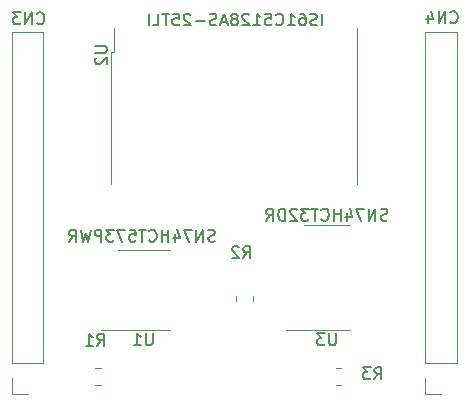
<source format=gbr>
G04 #@! TF.GenerationSoftware,KiCad,Pcbnew,5.1.5+dfsg1-2build2*
G04 #@! TF.CreationDate,2022-07-16T15:57:28-04:00*
G04 #@! TF.ProjectId,coco2_3134_64k_static_ram_board,636f636f-325f-4333-9133-345f36346b5f,rev?*
G04 #@! TF.SameCoordinates,Original*
G04 #@! TF.FileFunction,Legend,Bot*
G04 #@! TF.FilePolarity,Positive*
%FSLAX46Y46*%
G04 Gerber Fmt 4.6, Leading zero omitted, Abs format (unit mm)*
G04 Created by KiCad (PCBNEW 5.1.5+dfsg1-2build2) date 2022-07-16 15:57:28*
%MOMM*%
%LPD*%
G04 APERTURE LIST*
%ADD10C,0.120000*%
%ADD11C,0.150000*%
G04 APERTURE END LIST*
D10*
X112317000Y-101695000D02*
X114517000Y-101695000D01*
X112317000Y-101695000D02*
X110117000Y-101695000D01*
X112317000Y-108465000D02*
X114517000Y-108465000D01*
X112317000Y-108465000D02*
X108717000Y-108465000D01*
X109600000Y-84900000D02*
X109800000Y-84900000D01*
X109600000Y-84900000D02*
X109600000Y-96100000D01*
X130400000Y-82900000D02*
X130400000Y-96100000D01*
X109800000Y-84900000D02*
X109800000Y-82900000D01*
X127833000Y-99565000D02*
X129783000Y-99565000D01*
X127833000Y-99565000D02*
X125883000Y-99565000D01*
X127833000Y-108435000D02*
X129783000Y-108435000D01*
X127833000Y-108435000D02*
X124383000Y-108435000D01*
X101170000Y-83230000D02*
X103830000Y-83230000D01*
X101170000Y-111230000D02*
X101170000Y-83230000D01*
X103830000Y-111230000D02*
X103830000Y-83230000D01*
X101170000Y-111230000D02*
X103830000Y-111230000D01*
X101170000Y-112500000D02*
X101170000Y-113830000D01*
X101170000Y-113830000D02*
X102500000Y-113830000D01*
X136170000Y-113830000D02*
X137500000Y-113830000D01*
X136170000Y-112500000D02*
X136170000Y-113830000D01*
X136170000Y-111230000D02*
X138830000Y-111230000D01*
X138830000Y-111230000D02*
X138830000Y-83230000D01*
X136170000Y-111230000D02*
X136170000Y-83230000D01*
X136170000Y-83230000D02*
X138830000Y-83230000D01*
X108677064Y-111640000D02*
X108222936Y-111640000D01*
X108677064Y-113110000D02*
X108222936Y-113110000D01*
X120115000Y-105977064D02*
X120115000Y-105522936D01*
X121585000Y-105977064D02*
X121585000Y-105522936D01*
X128597936Y-113135000D02*
X129052064Y-113135000D01*
X128597936Y-111665000D02*
X129052064Y-111665000D01*
D11*
X113078904Y-108732380D02*
X113078904Y-109541904D01*
X113031285Y-109637142D01*
X112983666Y-109684761D01*
X112888428Y-109732380D01*
X112697952Y-109732380D01*
X112602714Y-109684761D01*
X112555095Y-109637142D01*
X112507476Y-109541904D01*
X112507476Y-108732380D01*
X111507476Y-109732380D02*
X112078904Y-109732380D01*
X111793190Y-109732380D02*
X111793190Y-108732380D01*
X111888428Y-108875238D01*
X111983666Y-108970476D01*
X112078904Y-109018095D01*
X118366666Y-100904761D02*
X118223809Y-100952380D01*
X117985714Y-100952380D01*
X117890476Y-100904761D01*
X117842857Y-100857142D01*
X117795238Y-100761904D01*
X117795238Y-100666666D01*
X117842857Y-100571428D01*
X117890476Y-100523809D01*
X117985714Y-100476190D01*
X118176190Y-100428571D01*
X118271428Y-100380952D01*
X118319047Y-100333333D01*
X118366666Y-100238095D01*
X118366666Y-100142857D01*
X118319047Y-100047619D01*
X118271428Y-100000000D01*
X118176190Y-99952380D01*
X117938095Y-99952380D01*
X117795238Y-100000000D01*
X117366666Y-100952380D02*
X117366666Y-99952380D01*
X116795238Y-100952380D01*
X116795238Y-99952380D01*
X116414285Y-99952380D02*
X115747619Y-99952380D01*
X116176190Y-100952380D01*
X114938095Y-100285714D02*
X114938095Y-100952380D01*
X115176190Y-99904761D02*
X115414285Y-100619047D01*
X114795238Y-100619047D01*
X114414285Y-100952380D02*
X114414285Y-99952380D01*
X114414285Y-100428571D02*
X113842857Y-100428571D01*
X113842857Y-100952380D02*
X113842857Y-99952380D01*
X112795238Y-100857142D02*
X112842857Y-100904761D01*
X112985714Y-100952380D01*
X113080952Y-100952380D01*
X113223809Y-100904761D01*
X113319047Y-100809523D01*
X113366666Y-100714285D01*
X113414285Y-100523809D01*
X113414285Y-100380952D01*
X113366666Y-100190476D01*
X113319047Y-100095238D01*
X113223809Y-100000000D01*
X113080952Y-99952380D01*
X112985714Y-99952380D01*
X112842857Y-100000000D01*
X112795238Y-100047619D01*
X112509523Y-99952380D02*
X111938095Y-99952380D01*
X112223809Y-100952380D02*
X112223809Y-99952380D01*
X111128571Y-99952380D02*
X111604761Y-99952380D01*
X111652380Y-100428571D01*
X111604761Y-100380952D01*
X111509523Y-100333333D01*
X111271428Y-100333333D01*
X111176190Y-100380952D01*
X111128571Y-100428571D01*
X111080952Y-100523809D01*
X111080952Y-100761904D01*
X111128571Y-100857142D01*
X111176190Y-100904761D01*
X111271428Y-100952380D01*
X111509523Y-100952380D01*
X111604761Y-100904761D01*
X111652380Y-100857142D01*
X110747619Y-99952380D02*
X110080952Y-99952380D01*
X110509523Y-100952380D01*
X109795238Y-99952380D02*
X109176190Y-99952380D01*
X109509523Y-100333333D01*
X109366666Y-100333333D01*
X109271428Y-100380952D01*
X109223809Y-100428571D01*
X109176190Y-100523809D01*
X109176190Y-100761904D01*
X109223809Y-100857142D01*
X109271428Y-100904761D01*
X109366666Y-100952380D01*
X109652380Y-100952380D01*
X109747619Y-100904761D01*
X109795238Y-100857142D01*
X108747619Y-100952380D02*
X108747619Y-99952380D01*
X108366666Y-99952380D01*
X108271428Y-100000000D01*
X108223809Y-100047619D01*
X108176190Y-100142857D01*
X108176190Y-100285714D01*
X108223809Y-100380952D01*
X108271428Y-100428571D01*
X108366666Y-100476190D01*
X108747619Y-100476190D01*
X107842857Y-99952380D02*
X107604761Y-100952380D01*
X107414285Y-100238095D01*
X107223809Y-100952380D01*
X106985714Y-99952380D01*
X106033333Y-100952380D02*
X106366666Y-100476190D01*
X106604761Y-100952380D02*
X106604761Y-99952380D01*
X106223809Y-99952380D01*
X106128571Y-100000000D01*
X106080952Y-100047619D01*
X106033333Y-100142857D01*
X106033333Y-100285714D01*
X106080952Y-100380952D01*
X106128571Y-100428571D01*
X106223809Y-100476190D01*
X106604761Y-100476190D01*
X108202380Y-84388095D02*
X109011904Y-84388095D01*
X109107142Y-84435714D01*
X109154761Y-84483333D01*
X109202380Y-84578571D01*
X109202380Y-84769047D01*
X109154761Y-84864285D01*
X109107142Y-84911904D01*
X109011904Y-84959523D01*
X108202380Y-84959523D01*
X108297619Y-85388095D02*
X108250000Y-85435714D01*
X108202380Y-85530952D01*
X108202380Y-85769047D01*
X108250000Y-85864285D01*
X108297619Y-85911904D01*
X108392857Y-85959523D01*
X108488095Y-85959523D01*
X108630952Y-85911904D01*
X109202380Y-85340476D01*
X109202380Y-85959523D01*
X127433333Y-82652380D02*
X127433333Y-81652380D01*
X127004761Y-82604761D02*
X126861904Y-82652380D01*
X126623809Y-82652380D01*
X126528571Y-82604761D01*
X126480952Y-82557142D01*
X126433333Y-82461904D01*
X126433333Y-82366666D01*
X126480952Y-82271428D01*
X126528571Y-82223809D01*
X126623809Y-82176190D01*
X126814285Y-82128571D01*
X126909523Y-82080952D01*
X126957142Y-82033333D01*
X127004761Y-81938095D01*
X127004761Y-81842857D01*
X126957142Y-81747619D01*
X126909523Y-81700000D01*
X126814285Y-81652380D01*
X126576190Y-81652380D01*
X126433333Y-81700000D01*
X125576190Y-81652380D02*
X125766666Y-81652380D01*
X125861904Y-81700000D01*
X125909523Y-81747619D01*
X126004761Y-81890476D01*
X126052380Y-82080952D01*
X126052380Y-82461904D01*
X126004761Y-82557142D01*
X125957142Y-82604761D01*
X125861904Y-82652380D01*
X125671428Y-82652380D01*
X125576190Y-82604761D01*
X125528571Y-82557142D01*
X125480952Y-82461904D01*
X125480952Y-82223809D01*
X125528571Y-82128571D01*
X125576190Y-82080952D01*
X125671428Y-82033333D01*
X125861904Y-82033333D01*
X125957142Y-82080952D01*
X126004761Y-82128571D01*
X126052380Y-82223809D01*
X124528571Y-82652380D02*
X125100000Y-82652380D01*
X124814285Y-82652380D02*
X124814285Y-81652380D01*
X124909523Y-81795238D01*
X125004761Y-81890476D01*
X125100000Y-81938095D01*
X123528571Y-82557142D02*
X123576190Y-82604761D01*
X123719047Y-82652380D01*
X123814285Y-82652380D01*
X123957142Y-82604761D01*
X124052380Y-82509523D01*
X124100000Y-82414285D01*
X124147619Y-82223809D01*
X124147619Y-82080952D01*
X124100000Y-81890476D01*
X124052380Y-81795238D01*
X123957142Y-81700000D01*
X123814285Y-81652380D01*
X123719047Y-81652380D01*
X123576190Y-81700000D01*
X123528571Y-81747619D01*
X122623809Y-81652380D02*
X123100000Y-81652380D01*
X123147619Y-82128571D01*
X123100000Y-82080952D01*
X123004761Y-82033333D01*
X122766666Y-82033333D01*
X122671428Y-82080952D01*
X122623809Y-82128571D01*
X122576190Y-82223809D01*
X122576190Y-82461904D01*
X122623809Y-82557142D01*
X122671428Y-82604761D01*
X122766666Y-82652380D01*
X123004761Y-82652380D01*
X123100000Y-82604761D01*
X123147619Y-82557142D01*
X121623809Y-82652380D02*
X122195238Y-82652380D01*
X121909523Y-82652380D02*
X121909523Y-81652380D01*
X122004761Y-81795238D01*
X122100000Y-81890476D01*
X122195238Y-81938095D01*
X121242857Y-81747619D02*
X121195238Y-81700000D01*
X121100000Y-81652380D01*
X120861904Y-81652380D01*
X120766666Y-81700000D01*
X120719047Y-81747619D01*
X120671428Y-81842857D01*
X120671428Y-81938095D01*
X120719047Y-82080952D01*
X121290476Y-82652380D01*
X120671428Y-82652380D01*
X120100000Y-82080952D02*
X120195238Y-82033333D01*
X120242857Y-81985714D01*
X120290476Y-81890476D01*
X120290476Y-81842857D01*
X120242857Y-81747619D01*
X120195238Y-81700000D01*
X120100000Y-81652380D01*
X119909523Y-81652380D01*
X119814285Y-81700000D01*
X119766666Y-81747619D01*
X119719047Y-81842857D01*
X119719047Y-81890476D01*
X119766666Y-81985714D01*
X119814285Y-82033333D01*
X119909523Y-82080952D01*
X120100000Y-82080952D01*
X120195238Y-82128571D01*
X120242857Y-82176190D01*
X120290476Y-82271428D01*
X120290476Y-82461904D01*
X120242857Y-82557142D01*
X120195238Y-82604761D01*
X120100000Y-82652380D01*
X119909523Y-82652380D01*
X119814285Y-82604761D01*
X119766666Y-82557142D01*
X119719047Y-82461904D01*
X119719047Y-82271428D01*
X119766666Y-82176190D01*
X119814285Y-82128571D01*
X119909523Y-82080952D01*
X119338095Y-82366666D02*
X118861904Y-82366666D01*
X119433333Y-82652380D02*
X119100000Y-81652380D01*
X118766666Y-82652380D01*
X118480952Y-82604761D02*
X118338095Y-82652380D01*
X118100000Y-82652380D01*
X118004761Y-82604761D01*
X117957142Y-82557142D01*
X117909523Y-82461904D01*
X117909523Y-82366666D01*
X117957142Y-82271428D01*
X118004761Y-82223809D01*
X118100000Y-82176190D01*
X118290476Y-82128571D01*
X118385714Y-82080952D01*
X118433333Y-82033333D01*
X118480952Y-81938095D01*
X118480952Y-81842857D01*
X118433333Y-81747619D01*
X118385714Y-81700000D01*
X118290476Y-81652380D01*
X118052380Y-81652380D01*
X117909523Y-81700000D01*
X117480952Y-82271428D02*
X116719047Y-82271428D01*
X116290476Y-81747619D02*
X116242857Y-81700000D01*
X116147619Y-81652380D01*
X115909523Y-81652380D01*
X115814285Y-81700000D01*
X115766666Y-81747619D01*
X115719047Y-81842857D01*
X115719047Y-81938095D01*
X115766666Y-82080952D01*
X116338095Y-82652380D01*
X115719047Y-82652380D01*
X114814285Y-81652380D02*
X115290476Y-81652380D01*
X115338095Y-82128571D01*
X115290476Y-82080952D01*
X115195238Y-82033333D01*
X114957142Y-82033333D01*
X114861904Y-82080952D01*
X114814285Y-82128571D01*
X114766666Y-82223809D01*
X114766666Y-82461904D01*
X114814285Y-82557142D01*
X114861904Y-82604761D01*
X114957142Y-82652380D01*
X115195238Y-82652380D01*
X115290476Y-82604761D01*
X115338095Y-82557142D01*
X114480952Y-81652380D02*
X113909523Y-81652380D01*
X114195238Y-82652380D02*
X114195238Y-81652380D01*
X113100000Y-82652380D02*
X113576190Y-82652380D01*
X113576190Y-81652380D01*
X112766666Y-82652380D02*
X112766666Y-81652380D01*
X128594904Y-108732380D02*
X128594904Y-109541904D01*
X128547285Y-109637142D01*
X128499666Y-109684761D01*
X128404428Y-109732380D01*
X128213952Y-109732380D01*
X128118714Y-109684761D01*
X128071095Y-109637142D01*
X128023476Y-109541904D01*
X128023476Y-108732380D01*
X127642523Y-108732380D02*
X127023476Y-108732380D01*
X127356809Y-109113333D01*
X127213952Y-109113333D01*
X127118714Y-109160952D01*
X127071095Y-109208571D01*
X127023476Y-109303809D01*
X127023476Y-109541904D01*
X127071095Y-109637142D01*
X127118714Y-109684761D01*
X127213952Y-109732380D01*
X127499666Y-109732380D01*
X127594904Y-109684761D01*
X127642523Y-109637142D01*
X132952047Y-99124761D02*
X132809190Y-99172380D01*
X132571095Y-99172380D01*
X132475857Y-99124761D01*
X132428238Y-99077142D01*
X132380619Y-98981904D01*
X132380619Y-98886666D01*
X132428238Y-98791428D01*
X132475857Y-98743809D01*
X132571095Y-98696190D01*
X132761571Y-98648571D01*
X132856809Y-98600952D01*
X132904428Y-98553333D01*
X132952047Y-98458095D01*
X132952047Y-98362857D01*
X132904428Y-98267619D01*
X132856809Y-98220000D01*
X132761571Y-98172380D01*
X132523476Y-98172380D01*
X132380619Y-98220000D01*
X131952047Y-99172380D02*
X131952047Y-98172380D01*
X131380619Y-99172380D01*
X131380619Y-98172380D01*
X130999666Y-98172380D02*
X130333000Y-98172380D01*
X130761571Y-99172380D01*
X129523476Y-98505714D02*
X129523476Y-99172380D01*
X129761571Y-98124761D02*
X129999666Y-98839047D01*
X129380619Y-98839047D01*
X128999666Y-99172380D02*
X128999666Y-98172380D01*
X128999666Y-98648571D02*
X128428238Y-98648571D01*
X128428238Y-99172380D02*
X128428238Y-98172380D01*
X127380619Y-99077142D02*
X127428238Y-99124761D01*
X127571095Y-99172380D01*
X127666333Y-99172380D01*
X127809190Y-99124761D01*
X127904428Y-99029523D01*
X127952047Y-98934285D01*
X127999666Y-98743809D01*
X127999666Y-98600952D01*
X127952047Y-98410476D01*
X127904428Y-98315238D01*
X127809190Y-98220000D01*
X127666333Y-98172380D01*
X127571095Y-98172380D01*
X127428238Y-98220000D01*
X127380619Y-98267619D01*
X127094904Y-98172380D02*
X126523476Y-98172380D01*
X126809190Y-99172380D02*
X126809190Y-98172380D01*
X126285380Y-98172380D02*
X125666333Y-98172380D01*
X125999666Y-98553333D01*
X125856809Y-98553333D01*
X125761571Y-98600952D01*
X125713952Y-98648571D01*
X125666333Y-98743809D01*
X125666333Y-98981904D01*
X125713952Y-99077142D01*
X125761571Y-99124761D01*
X125856809Y-99172380D01*
X126142523Y-99172380D01*
X126237761Y-99124761D01*
X126285380Y-99077142D01*
X125285380Y-98267619D02*
X125237761Y-98220000D01*
X125142523Y-98172380D01*
X124904428Y-98172380D01*
X124809190Y-98220000D01*
X124761571Y-98267619D01*
X124713952Y-98362857D01*
X124713952Y-98458095D01*
X124761571Y-98600952D01*
X125333000Y-99172380D01*
X124713952Y-99172380D01*
X124285380Y-99172380D02*
X124285380Y-98172380D01*
X124047285Y-98172380D01*
X123904428Y-98220000D01*
X123809190Y-98315238D01*
X123761571Y-98410476D01*
X123713952Y-98600952D01*
X123713952Y-98743809D01*
X123761571Y-98934285D01*
X123809190Y-99029523D01*
X123904428Y-99124761D01*
X124047285Y-99172380D01*
X124285380Y-99172380D01*
X122713952Y-99172380D02*
X123047285Y-98696190D01*
X123285380Y-99172380D02*
X123285380Y-98172380D01*
X122904428Y-98172380D01*
X122809190Y-98220000D01*
X122761571Y-98267619D01*
X122713952Y-98362857D01*
X122713952Y-98505714D01*
X122761571Y-98600952D01*
X122809190Y-98648571D01*
X122904428Y-98696190D01*
X123285380Y-98696190D01*
X103290476Y-82457142D02*
X103338095Y-82504761D01*
X103480952Y-82552380D01*
X103576190Y-82552380D01*
X103719047Y-82504761D01*
X103814285Y-82409523D01*
X103861904Y-82314285D01*
X103909523Y-82123809D01*
X103909523Y-81980952D01*
X103861904Y-81790476D01*
X103814285Y-81695238D01*
X103719047Y-81600000D01*
X103576190Y-81552380D01*
X103480952Y-81552380D01*
X103338095Y-81600000D01*
X103290476Y-81647619D01*
X102861904Y-82552380D02*
X102861904Y-81552380D01*
X102290476Y-82552380D01*
X102290476Y-81552380D01*
X101909523Y-81552380D02*
X101290476Y-81552380D01*
X101623809Y-81933333D01*
X101480952Y-81933333D01*
X101385714Y-81980952D01*
X101338095Y-82028571D01*
X101290476Y-82123809D01*
X101290476Y-82361904D01*
X101338095Y-82457142D01*
X101385714Y-82504761D01*
X101480952Y-82552380D01*
X101766666Y-82552380D01*
X101861904Y-82504761D01*
X101909523Y-82457142D01*
X138290476Y-82357142D02*
X138338095Y-82404761D01*
X138480952Y-82452380D01*
X138576190Y-82452380D01*
X138719047Y-82404761D01*
X138814285Y-82309523D01*
X138861904Y-82214285D01*
X138909523Y-82023809D01*
X138909523Y-81880952D01*
X138861904Y-81690476D01*
X138814285Y-81595238D01*
X138719047Y-81500000D01*
X138576190Y-81452380D01*
X138480952Y-81452380D01*
X138338095Y-81500000D01*
X138290476Y-81547619D01*
X137861904Y-82452380D02*
X137861904Y-81452380D01*
X137290476Y-82452380D01*
X137290476Y-81452380D01*
X136385714Y-81785714D02*
X136385714Y-82452380D01*
X136623809Y-81404761D02*
X136861904Y-82119047D01*
X136242857Y-82119047D01*
X108391666Y-109752380D02*
X108725000Y-109276190D01*
X108963095Y-109752380D02*
X108963095Y-108752380D01*
X108582142Y-108752380D01*
X108486904Y-108800000D01*
X108439285Y-108847619D01*
X108391666Y-108942857D01*
X108391666Y-109085714D01*
X108439285Y-109180952D01*
X108486904Y-109228571D01*
X108582142Y-109276190D01*
X108963095Y-109276190D01*
X107439285Y-109752380D02*
X108010714Y-109752380D01*
X107725000Y-109752380D02*
X107725000Y-108752380D01*
X107820238Y-108895238D01*
X107915476Y-108990476D01*
X108010714Y-109038095D01*
X120766666Y-102352380D02*
X121100000Y-101876190D01*
X121338095Y-102352380D02*
X121338095Y-101352380D01*
X120957142Y-101352380D01*
X120861904Y-101400000D01*
X120814285Y-101447619D01*
X120766666Y-101542857D01*
X120766666Y-101685714D01*
X120814285Y-101780952D01*
X120861904Y-101828571D01*
X120957142Y-101876190D01*
X121338095Y-101876190D01*
X120385714Y-101447619D02*
X120338095Y-101400000D01*
X120242857Y-101352380D01*
X120004761Y-101352380D01*
X119909523Y-101400000D01*
X119861904Y-101447619D01*
X119814285Y-101542857D01*
X119814285Y-101638095D01*
X119861904Y-101780952D01*
X120433333Y-102352380D01*
X119814285Y-102352380D01*
X131866666Y-112602380D02*
X132200000Y-112126190D01*
X132438095Y-112602380D02*
X132438095Y-111602380D01*
X132057142Y-111602380D01*
X131961904Y-111650000D01*
X131914285Y-111697619D01*
X131866666Y-111792857D01*
X131866666Y-111935714D01*
X131914285Y-112030952D01*
X131961904Y-112078571D01*
X132057142Y-112126190D01*
X132438095Y-112126190D01*
X131533333Y-111602380D02*
X130914285Y-111602380D01*
X131247619Y-111983333D01*
X131104761Y-111983333D01*
X131009523Y-112030952D01*
X130961904Y-112078571D01*
X130914285Y-112173809D01*
X130914285Y-112411904D01*
X130961904Y-112507142D01*
X131009523Y-112554761D01*
X131104761Y-112602380D01*
X131390476Y-112602380D01*
X131485714Y-112554761D01*
X131533333Y-112507142D01*
M02*

</source>
